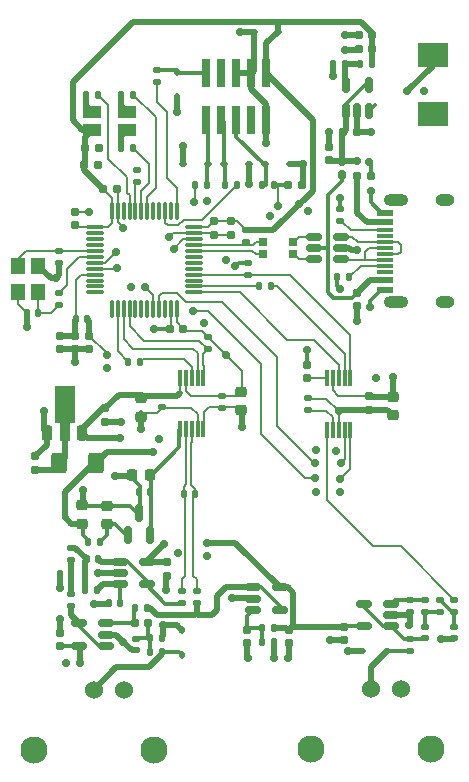
<source format=gtl>
%TF.GenerationSoftware,KiCad,Pcbnew,9.0.0*%
%TF.CreationDate,2025-02-24T12:48:06+01:00*%
%TF.ProjectId,mixed_signal,6d697865-645f-4736-9967-6e616c2e6b69,rev?*%
%TF.SameCoordinates,Original*%
%TF.FileFunction,Copper,L1,Top*%
%TF.FilePolarity,Positive*%
%FSLAX45Y45*%
G04 Gerber Fmt 4.5, Leading zero omitted, Abs format (unit mm)*
G04 Created by KiCad (PCBNEW 9.0.0) date 2025-02-24 12:48:06*
%MOMM*%
%LPD*%
G01*
G04 APERTURE LIST*
G04 Aperture macros list*
%AMRoundRect*
0 Rectangle with rounded corners*
0 $1 Rounding radius*
0 $2 $3 $4 $5 $6 $7 $8 $9 X,Y pos of 4 corners*
0 Add a 4 corners polygon primitive as box body*
4,1,4,$2,$3,$4,$5,$6,$7,$8,$9,$2,$3,0*
0 Add four circle primitives for the rounded corners*
1,1,$1+$1,$2,$3*
1,1,$1+$1,$4,$5*
1,1,$1+$1,$6,$7*
1,1,$1+$1,$8,$9*
0 Add four rect primitives between the rounded corners*
20,1,$1+$1,$2,$3,$4,$5,0*
20,1,$1+$1,$4,$5,$6,$7,0*
20,1,$1+$1,$6,$7,$8,$9,0*
20,1,$1+$1,$8,$9,$2,$3,0*%
%AMFreePoly0*
4,1,9,3.862500,-0.866500,0.737500,-0.866500,0.737500,-0.450000,-0.737500,-0.450000,-0.737500,0.450000,0.737500,0.450000,0.737500,0.866500,3.862500,0.866500,3.862500,-0.866500,3.862500,-0.866500,$1*%
G04 Aperture macros list end*
%TA.AperFunction,SMDPad,CuDef*%
%ADD10RoundRect,0.155000X0.212500X0.155000X-0.212500X0.155000X-0.212500X-0.155000X0.212500X-0.155000X0*%
%TD*%
%TA.AperFunction,SMDPad,CuDef*%
%ADD11RoundRect,0.112500X-0.187500X-0.112500X0.187500X-0.112500X0.187500X0.112500X-0.187500X0.112500X0*%
%TD*%
%TA.AperFunction,SMDPad,CuDef*%
%ADD12RoundRect,0.112500X0.112500X-0.187500X0.112500X0.187500X-0.112500X0.187500X-0.112500X-0.187500X0*%
%TD*%
%TA.AperFunction,SMDPad,CuDef*%
%ADD13RoundRect,0.155000X-0.155000X0.212500X-0.155000X-0.212500X0.155000X-0.212500X0.155000X0.212500X0*%
%TD*%
%TA.AperFunction,SMDPad,CuDef*%
%ADD14RoundRect,0.135000X0.185000X-0.135000X0.185000X0.135000X-0.185000X0.135000X-0.185000X-0.135000X0*%
%TD*%
%TA.AperFunction,SMDPad,CuDef*%
%ADD15R,0.300000X1.450000*%
%TD*%
%TA.AperFunction,SMDPad,CuDef*%
%ADD16RoundRect,0.140000X-0.170000X0.140000X-0.170000X-0.140000X0.170000X-0.140000X0.170000X0.140000X0*%
%TD*%
%TA.AperFunction,SMDPad,CuDef*%
%ADD17RoundRect,0.135000X0.135000X0.185000X-0.135000X0.185000X-0.135000X-0.185000X0.135000X-0.185000X0*%
%TD*%
%TA.AperFunction,SMDPad,CuDef*%
%ADD18RoundRect,0.140000X0.140000X0.170000X-0.140000X0.170000X-0.140000X-0.170000X0.140000X-0.170000X0*%
%TD*%
%TA.AperFunction,SMDPad,CuDef*%
%ADD19RoundRect,0.112500X-0.112500X0.187500X-0.112500X-0.187500X0.112500X-0.187500X0.112500X0.187500X0*%
%TD*%
%TA.AperFunction,SMDPad,CuDef*%
%ADD20RoundRect,0.225000X-0.250000X0.225000X-0.250000X-0.225000X0.250000X-0.225000X0.250000X0.225000X0*%
%TD*%
%TA.AperFunction,ComponentPad*%
%ADD21C,2.300000*%
%TD*%
%TA.AperFunction,ComponentPad*%
%ADD22C,1.524000*%
%TD*%
%TA.AperFunction,SMDPad,CuDef*%
%ADD23RoundRect,0.135000X-0.135000X-0.185000X0.135000X-0.185000X0.135000X0.185000X-0.135000X0.185000X0*%
%TD*%
%TA.AperFunction,SMDPad,CuDef*%
%ADD24RoundRect,0.112500X0.187500X0.112500X-0.187500X0.112500X-0.187500X-0.112500X0.187500X-0.112500X0*%
%TD*%
%TA.AperFunction,SMDPad,CuDef*%
%ADD25RoundRect,0.140000X-0.140000X-0.170000X0.140000X-0.170000X0.140000X0.170000X-0.140000X0.170000X0*%
%TD*%
%TA.AperFunction,SMDPad,CuDef*%
%ADD26RoundRect,0.250000X0.400000X0.625000X-0.400000X0.625000X-0.400000X-0.625000X0.400000X-0.625000X0*%
%TD*%
%TA.AperFunction,SMDPad,CuDef*%
%ADD27RoundRect,0.135000X-0.185000X0.135000X-0.185000X-0.135000X0.185000X-0.135000X0.185000X0.135000X0*%
%TD*%
%TA.AperFunction,SMDPad,CuDef*%
%ADD28RoundRect,0.150000X0.150000X-0.587500X0.150000X0.587500X-0.150000X0.587500X-0.150000X-0.587500X0*%
%TD*%
%TA.AperFunction,SMDPad,CuDef*%
%ADD29R,2.500000X2.000000*%
%TD*%
%TA.AperFunction,SMDPad,CuDef*%
%ADD30R,0.800000X0.700000*%
%TD*%
%TA.AperFunction,SMDPad,CuDef*%
%ADD31R,0.740000X2.400000*%
%TD*%
%TA.AperFunction,SMDPad,CuDef*%
%ADD32RoundRect,0.150000X0.512500X0.150000X-0.512500X0.150000X-0.512500X-0.150000X0.512500X-0.150000X0*%
%TD*%
%TA.AperFunction,SMDPad,CuDef*%
%ADD33RoundRect,0.147500X-0.147500X-0.172500X0.147500X-0.172500X0.147500X0.172500X-0.147500X0.172500X0*%
%TD*%
%TA.AperFunction,SMDPad,CuDef*%
%ADD34R,1.200000X1.400000*%
%TD*%
%TA.AperFunction,SMDPad,CuDef*%
%ADD35RoundRect,0.155000X-0.212500X-0.155000X0.212500X-0.155000X0.212500X0.155000X-0.212500X0.155000X0*%
%TD*%
%TA.AperFunction,SMDPad,CuDef*%
%ADD36RoundRect,0.225000X0.225000X0.250000X-0.225000X0.250000X-0.225000X-0.250000X0.225000X-0.250000X0*%
%TD*%
%TA.AperFunction,SMDPad,CuDef*%
%ADD37R,1.450000X0.600000*%
%TD*%
%TA.AperFunction,SMDPad,CuDef*%
%ADD38R,1.450000X0.300000*%
%TD*%
%TA.AperFunction,ComponentPad*%
%ADD39O,2.100000X1.000000*%
%TD*%
%TA.AperFunction,ComponentPad*%
%ADD40O,1.600000X1.000000*%
%TD*%
%TA.AperFunction,SMDPad,CuDef*%
%ADD41RoundRect,0.155000X0.155000X-0.212500X0.155000X0.212500X-0.155000X0.212500X-0.155000X-0.212500X0*%
%TD*%
%TA.AperFunction,SMDPad,CuDef*%
%ADD42RoundRect,0.225000X0.250000X-0.225000X0.250000X0.225000X-0.250000X0.225000X-0.250000X-0.225000X0*%
%TD*%
%TA.AperFunction,SMDPad,CuDef*%
%ADD43RoundRect,0.075000X-0.662500X-0.075000X0.662500X-0.075000X0.662500X0.075000X-0.662500X0.075000X0*%
%TD*%
%TA.AperFunction,SMDPad,CuDef*%
%ADD44RoundRect,0.075000X-0.075000X-0.662500X0.075000X-0.662500X0.075000X0.662500X-0.075000X0.662500X0*%
%TD*%
%TA.AperFunction,SMDPad,CuDef*%
%ADD45RoundRect,0.160000X0.160000X-0.222500X0.160000X0.222500X-0.160000X0.222500X-0.160000X-0.222500X0*%
%TD*%
%TA.AperFunction,SMDPad,CuDef*%
%ADD46RoundRect,0.225000X0.225000X-0.425000X0.225000X0.425000X-0.225000X0.425000X-0.225000X-0.425000X0*%
%TD*%
%TA.AperFunction,SMDPad,CuDef*%
%ADD47FreePoly0,90.000000*%
%TD*%
%TA.AperFunction,SMDPad,CuDef*%
%ADD48RoundRect,0.150000X-0.512500X-0.150000X0.512500X-0.150000X0.512500X0.150000X-0.512500X0.150000X0*%
%TD*%
%TA.AperFunction,SMDPad,CuDef*%
%ADD49RoundRect,0.150000X0.150000X-0.512500X0.150000X0.512500X-0.150000X0.512500X-0.150000X-0.512500X0*%
%TD*%
%TA.AperFunction,SMDPad,CuDef*%
%ADD50R,1.500000X1.100000*%
%TD*%
%TA.AperFunction,ViaPad*%
%ADD51C,0.700000*%
%TD*%
%TA.AperFunction,Conductor*%
%ADD52C,0.500000*%
%TD*%
%TA.AperFunction,Conductor*%
%ADD53C,0.300000*%
%TD*%
%TA.AperFunction,Conductor*%
%ADD54C,0.200000*%
%TD*%
G04 APERTURE END LIST*
D10*
%TO.P,C302,1*%
%TO.N,+3V3*%
X13796750Y-6432500D03*
%TO.P,C302,2*%
%TO.N,GND*%
X13683250Y-6432500D03*
%TD*%
D11*
%TO.P,D304,1,A1*%
%TO.N,/MICRO/CONN_SWO*%
X14142500Y-5041000D03*
%TO.P,D304,2,A2*%
%TO.N,GND*%
X14352500Y-5041000D03*
%TD*%
D12*
%TO.P,D501,1,A1*%
%TO.N,/ADC/IN*%
X13787500Y-9192500D03*
%TO.P,D501,2,A2*%
%TO.N,GND*%
X13787500Y-8982500D03*
%TD*%
D13*
%TO.P,C204,1*%
%TO.N,+3.3VA*%
X13137500Y-7105750D03*
%TO.P,C204,2*%
%TO.N,GND*%
X13137500Y-7219250D03*
%TD*%
D14*
%TO.P,R403,1*%
%TO.N,Net-(C404-Pad1)*%
X16092500Y-8830000D03*
%TO.P,R403,2*%
%TO.N,/DAC/DAC_OUT_A*%
X16092500Y-8728000D03*
%TD*%
D15*
%TO.P,U504,1,VREF*%
%TO.N,/ADC/ADC_VREF*%
X13767500Y-7285000D03*
%TO.P,U504,2,+IN*%
%TO.N,/ADC/ADC_IN+*%
X13817500Y-7285000D03*
%TO.P,U504,3,-IN*%
%TO.N,/ADC/ADC_IN-*%
X13867500Y-7285000D03*
%TO.P,U504,4,GND*%
%TO.N,GND*%
X13917500Y-7285000D03*
%TO.P,U504,5,GND*%
X13967500Y-7285000D03*
%TO.P,U504,6,NCS*%
%TO.N,/ADC/SPI1_NSS*%
X13967500Y-6845000D03*
%TO.P,U504,7,DOUT*%
%TO.N,/ADC/SPI1_MISO*%
X13917500Y-6845000D03*
%TO.P,U504,8,SCLK*%
%TO.N,Net-(U504-SCLK)*%
X13867500Y-6845000D03*
%TO.P,U504,9,VIO*%
%TO.N,+3V3*%
X13817500Y-6845000D03*
%TO.P,U504,10,VA*%
%TO.N,+3.3VA*%
X13767500Y-6845000D03*
%TD*%
D14*
%TO.P,R602,1*%
%TO.N,/USBC/USB_CONN_CC2*%
X15127500Y-5518500D03*
%TO.P,R602,2*%
%TO.N,GND*%
X15127500Y-5416500D03*
%TD*%
D16*
%TO.P,C514,1*%
%TO.N,+3V3*%
X14122500Y-7004000D03*
%TO.P,C514,2*%
%TO.N,GND*%
X14122500Y-7100000D03*
%TD*%
D17*
%TO.P,R309,1*%
%TO.N,/MICRO/TIM4_CH3*%
X13074000Y-4450000D03*
%TO.P,R309,2*%
%TO.N,/MICRO/LED_R_K*%
X12972000Y-4450000D03*
%TD*%
D18*
%TO.P,C515,1*%
%TO.N,/ADC/ADC_VREF*%
X13518000Y-7817500D03*
%TO.P,C515,2*%
%TO.N,GND*%
X13422000Y-7817500D03*
%TD*%
D16*
%TO.P,C512,1*%
%TO.N,+3.3VA*%
X13615000Y-7002000D03*
%TO.P,C512,2*%
%TO.N,GND*%
X13615000Y-7098000D03*
%TD*%
D19*
%TO.P,D303,1,A1*%
%TO.N,/MICRO/CONN_SWCLK*%
X13747500Y-4261000D03*
%TO.P,D303,2,A2*%
%TO.N,GND*%
X13747500Y-4471000D03*
%TD*%
D20*
%TO.P,C401,1*%
%TO.N,+3V3*%
X15570000Y-7007500D03*
%TO.P,C401,2*%
%TO.N,GND*%
X15570000Y-7162500D03*
%TD*%
D17*
%TO.P,R203,1*%
%TO.N,Net-(U201-FB)*%
X15167750Y-4192500D03*
%TO.P,R203,2*%
%TO.N,GND*%
X15065750Y-4192500D03*
%TD*%
D14*
%TO.P,R302,1*%
%TO.N,/MICRO/BOOT0*%
X13402500Y-5191000D03*
%TO.P,R302,2*%
%TO.N,GND*%
X13402500Y-5089000D03*
%TD*%
D21*
%TO.P,J401,*%
%TO.N,*%
X15896000Y-9988000D03*
X14880000Y-9990000D03*
D22*
%TO.P,J401,1,In*%
%TO.N,GND*%
X15642000Y-9480000D03*
%TO.P,J401,2,Ext*%
%TO.N,/DAC/OUT*%
X15388000Y-9480000D03*
%TD*%
D11*
%TO.P,D305,1,A1*%
%TO.N,/MICRO/CONN_NRST*%
X14492500Y-5041000D03*
%TO.P,D305,2,A2*%
%TO.N,GND*%
X14702500Y-5041000D03*
%TD*%
D23*
%TO.P,R401,1*%
%TO.N,/DAC/SPI2_SCK*%
X14441500Y-6070000D03*
%TO.P,R401,2*%
%TO.N,/DAC/DAC_SCLK*%
X14543500Y-6070000D03*
%TD*%
D17*
%TO.P,R503,1*%
%TO.N,GND*%
X13613500Y-9047500D03*
%TO.P,R503,2*%
%TO.N,/ADC/IN_RF*%
X13511500Y-9047500D03*
%TD*%
D24*
%TO.P,D401,1,A1*%
%TO.N,/DAC/OUT*%
X15520000Y-9160000D03*
%TO.P,D401,2,A2*%
%TO.N,GND*%
X15310000Y-9160000D03*
%TD*%
D20*
%TO.P,C510,1*%
%TO.N,+3.3VA*%
X13440000Y-7022500D03*
%TO.P,C510,2*%
%TO.N,GND*%
X13440000Y-7177500D03*
%TD*%
D25*
%TO.P,C508,1*%
%TO.N,/ADC/ADC_IN+*%
X13799500Y-7835000D03*
%TO.P,C508,2*%
%TO.N,/ADC/ADC_IN-*%
X13895500Y-7835000D03*
%TD*%
D26*
%TO.P,R201,1*%
%TO.N,+5V*%
X13058750Y-7570000D03*
%TO.P,R201,2*%
%TO.N,Net-(U202-VIN)*%
X12748750Y-7570000D03*
%TD*%
D27*
%TO.P,R308,1*%
%TO.N,+3V3*%
X14327500Y-5599000D03*
%TO.P,R308,2*%
%TO.N,/MICRO/USB_D+*%
X14327500Y-5701000D03*
%TD*%
D10*
%TO.P,C205,1*%
%TO.N,+3V3*%
X15398500Y-3942500D03*
%TO.P,C205,2*%
%TO.N,GND*%
X15285000Y-3942500D03*
%TD*%
D17*
%TO.P,R311,1*%
%TO.N,/MICRO/TIM4_CH2*%
X13375000Y-4900000D03*
%TO.P,R311,2*%
%TO.N,/MICRO/LED_B_K*%
X13273000Y-4900000D03*
%TD*%
D28*
%TO.P,U503,1,IN*%
%TO.N,/ADC/ADC_VREF_VIN*%
X13327500Y-8176250D03*
%TO.P,U503,2,OUT*%
%TO.N,/ADC/ADC_VREF*%
X13517500Y-8176250D03*
%TO.P,U503,3,GND*%
%TO.N,GND*%
X13422500Y-7988750D03*
%TD*%
D27*
%TO.P,R301,1*%
%TO.N,+3V3*%
X14347500Y-5871500D03*
%TO.P,R301,2*%
%TO.N,/DAC/SPI2_NSS*%
X14347500Y-5973500D03*
%TD*%
D29*
%TO.P,L201,1*%
%TO.N,Net-(U201-SW)*%
X15907500Y-4617500D03*
%TO.P,L201,2*%
%TO.N,+3V3*%
X15907500Y-4117500D03*
%TD*%
D30*
%TO.P,L601,1,1*%
%TO.N,/USBC/USB_CMC_D-*%
X14730000Y-5800000D03*
%TO.P,L601,2,2*%
%TO.N,/USBC/USB_CMC_D+*%
X14730000Y-5700000D03*
%TO.P,L601,3,3*%
%TO.N,/MICRO/USB_D+*%
X14470000Y-5700000D03*
%TO.P,L601,4,4*%
%TO.N,/MICRO/USB_D-*%
X14470000Y-5800000D03*
%TD*%
D31*
%TO.P,J301,1,Pin_1*%
%TO.N,+3V3*%
X14501500Y-4271000D03*
%TO.P,J301,2,Pin_2*%
%TO.N,GND*%
X14501500Y-4661000D03*
%TO.P,J301,3,Pin_3*%
X14374500Y-4271000D03*
%TO.P,J301,4,Pin_4*%
%TO.N,unconnected-(J301-Pin_4-Pad4)*%
X14374500Y-4661000D03*
%TO.P,J301,5,Pin_5*%
%TO.N,GND*%
X14247500Y-4271000D03*
%TO.P,J301,6,Pin_6*%
%TO.N,/MICRO/CONN_NRST*%
X14247500Y-4661000D03*
%TO.P,J301,7,Pin_7*%
%TO.N,unconnected-(J301-Pin_7-Pad7)*%
X14120500Y-4271000D03*
%TO.P,J301,8,Pin_8*%
%TO.N,/MICRO/CONN_SWO*%
X14120500Y-4661000D03*
%TO.P,J301,9,Pin_9*%
%TO.N,/MICRO/CONN_SWCLK*%
X13993500Y-4271000D03*
%TO.P,J301,10,Pin_10*%
%TO.N,/MICRO/CONN_SWDIO*%
X13993500Y-4661000D03*
%TD*%
D14*
%TO.P,R508,1*%
%TO.N,VCOM*%
X13912500Y-8751000D03*
%TO.P,R508,2*%
%TO.N,/ADC/ADC_IN-*%
X13912500Y-8649000D03*
%TD*%
D27*
%TO.P,R405,1*%
%TO.N,Net-(U402-+)*%
X15842500Y-8729000D03*
%TO.P,R405,2*%
%TO.N,Net-(C406-Pad1)*%
X15842500Y-8831000D03*
%TD*%
D14*
%TO.P,R404,1*%
%TO.N,Net-(C406-Pad1)*%
X15967500Y-8830000D03*
%TO.P,R404,2*%
%TO.N,Net-(C404-Pad1)*%
X15967500Y-8728000D03*
%TD*%
D16*
%TO.P,C406,1*%
%TO.N,Net-(C406-Pad1)*%
X15842500Y-8955000D03*
%TO.P,C406,2*%
%TO.N,Net-(U402--)*%
X15842500Y-9051000D03*
%TD*%
D27*
%TO.P,R502,1*%
%TO.N,Net-(C501-Pad1)*%
X12847500Y-8679000D03*
%TO.P,R502,2*%
%TO.N,/ADC/BUF_OUT*%
X12847500Y-8781000D03*
%TD*%
D32*
%TO.P,U601,1,I/O1*%
%TO.N,/USBC/USB_CONN_D-*%
X15133750Y-5843750D03*
%TO.P,U601,2,GND*%
%TO.N,GND*%
X15133750Y-5748750D03*
%TO.P,U601,3,I/O2*%
%TO.N,/USBC/USB_CONN_D+*%
X15133750Y-5653750D03*
%TO.P,U601,4,I/O2*%
%TO.N,/USBC/USB_CMC_D+*%
X14906250Y-5653750D03*
%TO.P,U601,5,VBUS*%
%TO.N,VBUS*%
X14906250Y-5748750D03*
%TO.P,U601,6,I/O1*%
%TO.N,/USBC/USB_CMC_D-*%
X14906250Y-5843750D03*
%TD*%
D17*
%TO.P,R509,1*%
%TO.N,/ADC/ADC_VREF_VIN*%
X13093500Y-8240000D03*
%TO.P,R509,2*%
%TO.N,+5V*%
X12991500Y-8240000D03*
%TD*%
D32*
%TO.P,U502,1*%
%TO.N,/ADC/BUF_OUT*%
X13143750Y-9117500D03*
%TO.P,U502,2,V-*%
%TO.N,GND*%
X13143750Y-9022500D03*
%TO.P,U502,3,+*%
%TO.N,/ADC/IN_BUF*%
X13143750Y-8927500D03*
%TO.P,U502,4,-*%
%TO.N,/ADC/BUF_OUT*%
X12916250Y-8927500D03*
%TO.P,U502,5,V+*%
%TO.N,+3.3VA*%
X12916250Y-9117500D03*
%TD*%
D33*
%TO.P,L301,1,1*%
%TO.N,VDDA*%
X12885000Y-6347500D03*
%TO.P,L301,2,2*%
%TO.N,+3V3*%
X12982000Y-6347500D03*
%TD*%
D16*
%TO.P,C405,1*%
%TO.N,Net-(U402-+)*%
X15720000Y-8731500D03*
%TO.P,C405,2*%
%TO.N,GND*%
X15720000Y-8827500D03*
%TD*%
D13*
%TO.P,C601,1*%
%TO.N,VBUS*%
X15270000Y-6128250D03*
%TO.P,C601,2*%
%TO.N,GND*%
X15270000Y-6241750D03*
%TD*%
D25*
%TO.P,C505,1*%
%TO.N,Net-(C505-Pad1)*%
X12979500Y-8382500D03*
%TO.P,C505,2*%
%TO.N,Net-(U501--)*%
X13075500Y-8382500D03*
%TD*%
D24*
%TO.P,D301,1,A1*%
%TO.N,+3V3*%
X14602500Y-3916000D03*
%TO.P,D301,2,A2*%
%TO.N,GND*%
X14392500Y-3916000D03*
%TD*%
D34*
%TO.P,Y301,1,1*%
%TO.N,/MICRO/HSE_IN*%
X12400000Y-5902500D03*
%TO.P,Y301,2,2*%
%TO.N,GND*%
X12400000Y-6122500D03*
%TO.P,Y301,3,3*%
%TO.N,/MICRO/XTAL_IN*%
X12570000Y-6122500D03*
%TO.P,Y301,4,4*%
%TO.N,GND*%
X12570000Y-5902500D03*
%TD*%
D27*
%TO.P,R504,1*%
%TO.N,Net-(C505-Pad1)*%
X12850000Y-8285500D03*
%TO.P,R504,2*%
%TO.N,Net-(C501-Pad1)*%
X12850000Y-8387500D03*
%TD*%
D21*
%TO.P,J501,*%
%TO.N,*%
X13547500Y-9995000D03*
X12531500Y-9997000D03*
D22*
%TO.P,J501,1,In*%
%TO.N,GND*%
X13293500Y-9487000D03*
%TO.P,J501,2,Ext*%
%TO.N,/ADC/IN*%
X13039500Y-9487000D03*
%TD*%
D16*
%TO.P,C404,1*%
%TO.N,Net-(C404-Pad1)*%
X16092500Y-8957000D03*
%TO.P,C404,2*%
%TO.N,GND*%
X16092500Y-9053000D03*
%TD*%
D35*
%TO.P,C311,1*%
%TO.N,+3V3*%
X12966250Y-4900000D03*
%TO.P,C311,2*%
%TO.N,GND*%
X13079750Y-4900000D03*
%TD*%
D18*
%TO.P,C501,1*%
%TO.N,Net-(C501-Pad1)*%
X12850500Y-8512500D03*
%TO.P,C501,2*%
%TO.N,GND*%
X12754500Y-8512500D03*
%TD*%
D13*
%TO.P,C310,1*%
%TO.N,+3V3*%
X14058750Y-5521500D03*
%TO.P,C310,2*%
%TO.N,GND*%
X14058750Y-5635000D03*
%TD*%
%TO.P,C206,1*%
%TO.N,/POWER & BIAS/VREF*%
X14338750Y-8980750D03*
%TO.P,C206,2*%
%TO.N,GND*%
X14338750Y-9094250D03*
%TD*%
D36*
%TO.P,C513,1*%
%TO.N,/ADC/ADC_VREF*%
X13517500Y-7667500D03*
%TO.P,C513,2*%
%TO.N,GND*%
X13362500Y-7667500D03*
%TD*%
D13*
%TO.P,C402,1*%
%TO.N,+3V3*%
X15370000Y-7003250D03*
%TO.P,C402,2*%
%TO.N,GND*%
X15370000Y-7116750D03*
%TD*%
D27*
%TO.P,R507,1*%
%TO.N,/ADC/ADC_IN+*%
X13787500Y-8649000D03*
%TO.P,R507,2*%
%TO.N,Net-(U501--)*%
X13787500Y-8751000D03*
%TD*%
D23*
%TO.P,R506,1*%
%TO.N,/ADC/IN_BUF*%
X13389000Y-8795000D03*
%TO.P,R506,2*%
%TO.N,VCOM*%
X13491000Y-8795000D03*
%TD*%
D14*
%TO.P,R406,1*%
%TO.N,/DAC/OUT*%
X15720000Y-9158500D03*
%TO.P,R406,2*%
%TO.N,Net-(U402--)*%
X15720000Y-9056500D03*
%TD*%
D17*
%TO.P,R505,1*%
%TO.N,Net-(U501-+)*%
X13068500Y-8642500D03*
%TO.P,R505,2*%
%TO.N,Net-(C505-Pad1)*%
X12966500Y-8642500D03*
%TD*%
D35*
%TO.P,C303,1*%
%TO.N,+3V3*%
X12959500Y-5050000D03*
%TO.P,C303,2*%
%TO.N,GND*%
X13073000Y-5050000D03*
%TD*%
D37*
%TO.P,J601,A1,GND*%
%TO.N,GND*%
X15503000Y-6100000D03*
%TO.P,J601,A4,VBUS*%
%TO.N,VBUS*%
X15503000Y-6020000D03*
D38*
%TO.P,J601,A5,CC1*%
%TO.N,/USBC/USB_CONN_CC1*%
X15503000Y-5900000D03*
%TO.P,J601,A6,D+*%
%TO.N,/USBC/USB_CONN_D+*%
X15503000Y-5800000D03*
%TO.P,J601,A7,D-*%
%TO.N,/USBC/USB_CONN_D-*%
X15503000Y-5750000D03*
%TO.P,J601,A8,SBU1*%
%TO.N,unconnected-(J601-SBU1-PadA8)*%
X15503000Y-5650000D03*
D37*
%TO.P,J601,A9,VBUS*%
%TO.N,VBUS*%
X15503000Y-5530000D03*
%TO.P,J601,A12,GND*%
%TO.N,GND*%
X15503000Y-5450000D03*
%TO.P,J601,B1,GND*%
X15503000Y-5450000D03*
%TO.P,J601,B4,VBUS*%
%TO.N,VBUS*%
X15503000Y-5530000D03*
D38*
%TO.P,J601,B5,CC2*%
%TO.N,/USBC/USB_CONN_CC2*%
X15503000Y-5600000D03*
%TO.P,J601,B6,D+*%
%TO.N,/USBC/USB_CONN_D+*%
X15503000Y-5700000D03*
%TO.P,J601,B7,D-*%
%TO.N,/USBC/USB_CONN_D-*%
X15503000Y-5850000D03*
%TO.P,J601,B8,SBU2*%
%TO.N,unconnected-(J601-SBU2-PadB8)*%
X15503000Y-5950000D03*
D37*
%TO.P,J601,B9,VBUS*%
%TO.N,VBUS*%
X15503000Y-6020000D03*
%TO.P,J601,B12,GND*%
%TO.N,GND*%
X15503000Y-6100000D03*
D39*
%TO.P,J601,S1,SHIELD*%
%TO.N,unconnected-(J601-SHIELD-PadS1)_1*%
X15594500Y-6207000D03*
D40*
%TO.N,unconnected-(J601-SHIELD-PadS1)*%
X16012500Y-6207000D03*
D39*
%TO.N,unconnected-(J601-SHIELD-PadS1)_3*%
X15594500Y-5343000D03*
D40*
%TO.N,unconnected-(J601-SHIELD-PadS1)_2*%
X16012500Y-5343000D03*
%TD*%
D17*
%TO.P,R306,1*%
%TO.N,/MICRO/NRST*%
X14569250Y-5216000D03*
%TO.P,R306,2*%
%TO.N,/MICRO/CONN_NRST*%
X14467250Y-5216000D03*
%TD*%
D23*
%TO.P,R205,1*%
%TO.N,/POWER & BIAS/VREF*%
X14462750Y-9087500D03*
%TO.P,R205,2*%
%TO.N,GND*%
X14564750Y-9087500D03*
%TD*%
D13*
%TO.P,C507,1*%
%TO.N,GND*%
X12752500Y-9005750D03*
%TO.P,C507,2*%
%TO.N,+3.3VA*%
X12752500Y-9119250D03*
%TD*%
%TO.P,C208,1*%
%TO.N,+3.3VA*%
X14688750Y-8980750D03*
%TO.P,C208,2*%
%TO.N,GND*%
X14688750Y-9094250D03*
%TD*%
D17*
%TO.P,R202,1*%
%TO.N,+3V3*%
X15392750Y-4192500D03*
%TO.P,R202,2*%
%TO.N,Net-(U201-FB)*%
X15290750Y-4192500D03*
%TD*%
D41*
%TO.P,C209,1*%
%TO.N,+5V*%
X15032250Y-5004292D03*
%TO.P,C209,2*%
%TO.N,GND*%
X15032250Y-4890792D03*
%TD*%
D35*
%TO.P,C207,1*%
%TO.N,VBUS*%
X15270750Y-5140000D03*
%TO.P,C207,2*%
%TO.N,GND*%
X15384250Y-5140000D03*
%TD*%
D42*
%TO.P,C511,1*%
%TO.N,/ADC/ADC_VREF_VIN*%
X13150000Y-8087500D03*
%TO.P,C511,2*%
%TO.N,GND*%
X13150000Y-7932500D03*
%TD*%
D10*
%TO.P,C503,1*%
%TO.N,/ADC/IN_RF*%
X13499250Y-8922500D03*
%TO.P,C503,2*%
%TO.N,/ADC/IN_BUF*%
X13385750Y-8922500D03*
%TD*%
D17*
%TO.P,R204,1*%
%TO.N,+3.3VA*%
X14564750Y-8962500D03*
%TO.P,R204,2*%
%TO.N,/POWER & BIAS/VREF*%
X14462750Y-8962500D03*
%TD*%
D35*
%TO.P,C201,1*%
%TO.N,+5V*%
X15153250Y-4767500D03*
%TO.P,C201,2*%
%TO.N,GND*%
X15266750Y-4767500D03*
%TD*%
D13*
%TO.P,C407,1*%
%TO.N,+3.3VA*%
X15155000Y-8955750D03*
%TO.P,C407,2*%
%TO.N,GND*%
X15155000Y-9069250D03*
%TD*%
D27*
%TO.P,R312,1*%
%TO.N,/MICRO/HSE_OUT*%
X12745000Y-6126500D03*
%TO.P,R312,2*%
%TO.N,/MICRO/XTAL_IN*%
X12745000Y-6228500D03*
%TD*%
D15*
%TO.P,U401,1,VOUT_A*%
%TO.N,/DAC/DAC_OUT_A*%
X15012500Y-7287500D03*
%TO.P,U401,2,VOUT_B*%
%TO.N,/DAC/DAC_OUT_B*%
X15062500Y-7287500D03*
%TO.P,U401,3,GND*%
%TO.N,GND*%
X15112500Y-7287500D03*
%TO.P,U401,4,NLDAC*%
%TO.N,/DAC/DAC_NLDAC*%
X15162500Y-7287500D03*
%TO.P,U401,5,NCLR*%
%TO.N,/DAC/DAC_NCLR*%
X15212500Y-7287500D03*
%TO.P,U401,6,NSYNC*%
%TO.N,/DAC/SPI2_NSS*%
X15212500Y-6847500D03*
%TO.P,U401,7,SCLK*%
%TO.N,/DAC/DAC_SCLK*%
X15162500Y-6847500D03*
%TO.P,U401,8,DIN*%
%TO.N,/DAC/SPI2_MOSI*%
X15112500Y-6847500D03*
%TO.P,U401,9,AVDD*%
%TO.N,+3V3*%
X15062500Y-6847500D03*
%TO.P,U401,10,VREFIN/VREFOUT*%
%TO.N,/DAC/DAC_VREF*%
X15012500Y-6847500D03*
%TD*%
D13*
%TO.P,C305,1*%
%TO.N,+3V3*%
X14197500Y-5521500D03*
%TO.P,C305,2*%
%TO.N,GND*%
X14197500Y-5635000D03*
%TD*%
D16*
%TO.P,C502,1*%
%TO.N,/ADC/IN_RF*%
X13400000Y-9059500D03*
%TO.P,C502,2*%
%TO.N,GND*%
X13400000Y-9155500D03*
%TD*%
D20*
%TO.P,C516,1*%
%TO.N,+3V3*%
X14287500Y-6965000D03*
%TO.P,C516,2*%
%TO.N,GND*%
X14287500Y-7120000D03*
%TD*%
D10*
%TO.P,C203,1*%
%TO.N,+3V3*%
X15398500Y-4067500D03*
%TO.P,C203,2*%
%TO.N,GND*%
X15285000Y-4067500D03*
%TD*%
D13*
%TO.P,C304,1*%
%TO.N,VDDA*%
X12752250Y-6491250D03*
%TO.P,C304,2*%
%TO.N,GND*%
X12752250Y-6604750D03*
%TD*%
D32*
%TO.P,U402,1*%
%TO.N,Net-(U402--)*%
X15558750Y-8950000D03*
%TO.P,U402,2,V-*%
%TO.N,GND*%
X15558750Y-8855000D03*
%TO.P,U402,3,+*%
%TO.N,Net-(U402-+)*%
X15558750Y-8760000D03*
%TO.P,U402,4,-*%
%TO.N,Net-(U402--)*%
X15331250Y-8760000D03*
%TO.P,U402,5,V+*%
%TO.N,+3.3VA*%
X15331250Y-8950000D03*
%TD*%
D13*
%TO.P,C307,1*%
%TO.N,VDDA*%
X12877250Y-6491250D03*
%TO.P,C307,2*%
%TO.N,GND*%
X12877250Y-6604750D03*
%TD*%
D23*
%TO.P,R303,1*%
%TO.N,/MICRO/SWDIO*%
X13896500Y-5216000D03*
%TO.P,R303,2*%
%TO.N,/MICRO/CONN_SWDIO*%
X13998500Y-5216000D03*
%TD*%
D17*
%TO.P,R310,1*%
%TO.N,/MICRO/TIM4_CH1*%
X13374000Y-4450000D03*
%TO.P,R310,2*%
%TO.N,/MICRO/LED_G_K*%
X13272000Y-4450000D03*
%TD*%
D13*
%TO.P,C506,1*%
%TO.N,+3.3VA*%
X13657500Y-8410750D03*
%TO.P,C506,2*%
%TO.N,GND*%
X13657500Y-8524250D03*
%TD*%
D14*
%TO.P,R304,1*%
%TO.N,/MICRO/SWCLK*%
X13572500Y-4342000D03*
%TO.P,R304,2*%
%TO.N,/MICRO/CONN_SWCLK*%
X13572500Y-4240000D03*
%TD*%
D43*
%TO.P,U301,1,VBAT*%
%TO.N,+3V3*%
X13051250Y-5573750D03*
%TO.P,U301,2,PC13*%
%TO.N,unconnected-(U301-PC13-Pad2)*%
X13051250Y-5623750D03*
%TO.P,U301,3,PC14*%
%TO.N,unconnected-(U301-PC14-Pad3)*%
X13051250Y-5673750D03*
%TO.P,U301,4,PC15*%
%TO.N,unconnected-(U301-PC15-Pad4)*%
X13051250Y-5723750D03*
%TO.P,U301,5,PD0*%
%TO.N,/MICRO/HSE_IN*%
X13051250Y-5773750D03*
%TO.P,U301,6,PD1*%
%TO.N,/MICRO/HSE_OUT*%
X13051250Y-5823750D03*
%TO.P,U301,7,NRST*%
%TO.N,/MICRO/NRST*%
X13051250Y-5873750D03*
%TO.P,U301,8,VSSA*%
%TO.N,GND*%
X13051250Y-5923750D03*
%TO.P,U301,9,VDDA*%
%TO.N,VDDA*%
X13051250Y-5973750D03*
%TO.P,U301,10,PA0*%
%TO.N,unconnected-(U301-PA0-Pad10)*%
X13051250Y-6023750D03*
%TO.P,U301,11,PA1*%
%TO.N,unconnected-(U301-PA1-Pad11)*%
X13051250Y-6073750D03*
%TO.P,U301,12,PA2*%
%TO.N,unconnected-(U301-PA2-Pad12)*%
X13051250Y-6123750D03*
D44*
%TO.P,U301,13,PA3*%
%TO.N,unconnected-(U301-PA3-Pad13)*%
X13192500Y-6265000D03*
%TO.P,U301,14,PA4*%
%TO.N,/ADC/SPI1_SCK*%
X13242500Y-6265000D03*
%TO.P,U301,15,PA5*%
%TO.N,/ADC/SPI1_MISO*%
X13292500Y-6265000D03*
%TO.P,U301,16,PA6*%
%TO.N,/ADC/SPI1_NSS*%
X13342500Y-6265000D03*
%TO.P,U301,17,PA7*%
%TO.N,unconnected-(U301-PA7-Pad17)*%
X13392500Y-6265000D03*
%TO.P,U301,18,PB0*%
%TO.N,unconnected-(U301-PB0-Pad18)*%
X13442500Y-6265000D03*
%TO.P,U301,19,PB1*%
%TO.N,unconnected-(U301-PB1-Pad19)*%
X13492500Y-6265000D03*
%TO.P,U301,20,PB2*%
%TO.N,/DAC/DAC_NCLR*%
X13542500Y-6265000D03*
%TO.P,U301,21,PB10*%
%TO.N,/DAC/DAC_NLDAC*%
X13592500Y-6265000D03*
%TO.P,U301,22,PB11*%
%TO.N,unconnected-(U301-PB11-Pad22)*%
X13642500Y-6265000D03*
%TO.P,U301,23,VSS*%
%TO.N,GND*%
X13692500Y-6265000D03*
%TO.P,U301,24,VDD*%
%TO.N,+3V3*%
X13742500Y-6265000D03*
D43*
%TO.P,U301,25,PB12*%
%TO.N,/DAC/SPI2_MOSI*%
X13883750Y-6123750D03*
%TO.P,U301,26,PB13*%
%TO.N,/DAC/SPI2_SCK*%
X13883750Y-6073750D03*
%TO.P,U301,27,PB14*%
%TO.N,unconnected-(U301-PB14-Pad27)*%
X13883750Y-6023750D03*
%TO.P,U301,28,PB15*%
%TO.N,/DAC/SPI2_NSS*%
X13883750Y-5973750D03*
%TO.P,U301,29,PA8*%
%TO.N,unconnected-(U301-PA8-Pad29)*%
X13883750Y-5923750D03*
%TO.P,U301,30,PA9*%
%TO.N,unconnected-(U301-PA9-Pad30)*%
X13883750Y-5873750D03*
%TO.P,U301,31,PA10*%
%TO.N,unconnected-(U301-PA10-Pad31)*%
X13883750Y-5823750D03*
%TO.P,U301,32,PA11*%
%TO.N,/MICRO/USB_D-*%
X13883750Y-5773750D03*
%TO.P,U301,33,PA12*%
%TO.N,/MICRO/USB_D+*%
X13883750Y-5723750D03*
%TO.P,U301,34,PA13*%
%TO.N,/MICRO/SWDIO*%
X13883750Y-5673750D03*
%TO.P,U301,35,VSS*%
%TO.N,GND*%
X13883750Y-5623750D03*
%TO.P,U301,36,VDD*%
%TO.N,+3V3*%
X13883750Y-5573750D03*
D44*
%TO.P,U301,37,PA14*%
%TO.N,/MICRO/SWCLK*%
X13742500Y-5432500D03*
%TO.P,U301,38,PA15*%
%TO.N,unconnected-(U301-PA15-Pad38)*%
X13692500Y-5432500D03*
%TO.P,U301,39,PB3*%
%TO.N,/MICRO/SWO*%
X13642500Y-5432500D03*
%TO.P,U301,40,PB4*%
%TO.N,unconnected-(U301-PB4-Pad40)*%
X13592500Y-5432500D03*
%TO.P,U301,41,PB5*%
%TO.N,unconnected-(U301-PB5-Pad41)*%
X13542500Y-5432500D03*
%TO.P,U301,42,PB6*%
%TO.N,/MICRO/TIM4_CH1*%
X13492500Y-5432500D03*
%TO.P,U301,43,PB7*%
%TO.N,/MICRO/TIM4_CH2*%
X13442500Y-5432500D03*
%TO.P,U301,44,BOOT0*%
%TO.N,/MICRO/BOOT0*%
X13392500Y-5432500D03*
%TO.P,U301,45,PB8*%
%TO.N,/MICRO/TIM4_CH3*%
X13342500Y-5432500D03*
%TO.P,U301,46,PB9*%
%TO.N,unconnected-(U301-PB9-Pad46)*%
X13292500Y-5432500D03*
%TO.P,U301,47,VSS*%
%TO.N,GND*%
X13242500Y-5432500D03*
%TO.P,U301,48,VDD*%
%TO.N,+3V3*%
X13192500Y-5432500D03*
%TD*%
D18*
%TO.P,C504,1*%
%TO.N,Net-(U501-+)*%
X13260500Y-8750000D03*
%TO.P,C504,2*%
%TO.N,GND*%
X13164500Y-8750000D03*
%TD*%
D24*
%TO.P,D302,1,A1*%
%TO.N,/MICRO/CONN_SWDIO*%
X14002500Y-5041000D03*
%TO.P,D302,2,A2*%
%TO.N,GND*%
X13792500Y-5041000D03*
%TD*%
D35*
%TO.P,C301,1*%
%TO.N,/MICRO/NRST*%
X14686500Y-5216000D03*
%TO.P,C301,2*%
%TO.N,GND*%
X14800000Y-5216000D03*
%TD*%
D17*
%TO.P,R305,1*%
%TO.N,/MICRO/SWO*%
X14248500Y-5216000D03*
%TO.P,R305,2*%
%TO.N,/MICRO/CONN_SWO*%
X14146500Y-5216000D03*
%TD*%
D41*
%TO.P,C308,1*%
%TO.N,+3V3*%
X12883750Y-5555500D03*
%TO.P,C308,2*%
%TO.N,GND*%
X12883750Y-5442000D03*
%TD*%
%TO.P,C202,1*%
%TO.N,Net-(U202-VIN)*%
X12542500Y-7626750D03*
%TO.P,C202,2*%
%TO.N,GND*%
X12542500Y-7513250D03*
%TD*%
D45*
%TO.P,L202,1*%
%TO.N,VBUS*%
X15145000Y-5129792D03*
%TO.P,L202,2*%
%TO.N,+5V*%
X15145000Y-5015292D03*
%TD*%
D41*
%TO.P,C403,1*%
%TO.N,/DAC/DAC_VREF*%
X14842500Y-6849250D03*
%TO.P,C403,2*%
%TO.N,GND*%
X14842500Y-6735750D03*
%TD*%
D14*
%TO.P,R402,1*%
%TO.N,/DAC/DAC_OUT_B*%
X14855000Y-7123500D03*
%TO.P,R402,2*%
%TO.N,GND*%
X14855000Y-7021500D03*
%TD*%
D27*
%TO.P,R307,1*%
%TO.N,+3V3*%
X14002500Y-6504000D03*
%TO.P,R307,2*%
%TO.N,/ADC/SPI1_NSS*%
X14002500Y-6606000D03*
%TD*%
D13*
%TO.P,C309,1*%
%TO.N,+3V3*%
X13002250Y-6491250D03*
%TO.P,C309,2*%
%TO.N,GND*%
X13002250Y-6604750D03*
%TD*%
D18*
%TO.P,C313,1*%
%TO.N,/MICRO/XTAL_IN*%
X12571000Y-6297500D03*
%TO.P,C313,2*%
%TO.N,GND*%
X12475000Y-6297500D03*
%TD*%
D23*
%TO.P,R510,1*%
%TO.N,/ADC/SPI1_SCK*%
X13329000Y-6717500D03*
%TO.P,R510,2*%
%TO.N,Net-(U504-SCLK)*%
X13431000Y-6717500D03*
%TD*%
D35*
%TO.P,C306,1*%
%TO.N,+3V3*%
X13120250Y-5248750D03*
%TO.P,C306,2*%
%TO.N,GND*%
X13233750Y-5248750D03*
%TD*%
D17*
%TO.P,R601,1*%
%TO.N,/USBC/USB_CONN_CC1*%
X15201000Y-5997500D03*
%TO.P,R601,2*%
%TO.N,GND*%
X15099000Y-5997500D03*
%TD*%
D42*
%TO.P,C509,1*%
%TO.N,+5V*%
X12942500Y-8082500D03*
%TO.P,C509,2*%
%TO.N,GND*%
X12942500Y-7927500D03*
%TD*%
D46*
%TO.P,U202,1,GND*%
%TO.N,GND*%
X12642500Y-7315000D03*
D47*
%TO.P,U202,2,VIN*%
%TO.N,Net-(U202-VIN)*%
X12792500Y-7306250D03*
D46*
%TO.P,U202,3,VOUT*%
%TO.N,+3.3VA*%
X12942500Y-7315000D03*
%TD*%
D16*
%TO.P,C312,1*%
%TO.N,/MICRO/HSE_IN*%
X12746250Y-5775750D03*
%TO.P,C312,2*%
%TO.N,GND*%
X12746250Y-5871750D03*
%TD*%
D48*
%TO.P,U203,1*%
%TO.N,VCOM*%
X14388750Y-8622500D03*
%TO.P,U203,2,V-*%
%TO.N,GND*%
X14388750Y-8717500D03*
%TO.P,U203,3,+*%
%TO.N,/POWER & BIAS/VREF*%
X14388750Y-8812500D03*
%TO.P,U203,4,-*%
%TO.N,VCOM*%
X14616250Y-8812500D03*
%TO.P,U203,5,V+*%
%TO.N,+3.3VA*%
X14616250Y-8622500D03*
%TD*%
%TO.P,U501,1*%
%TO.N,Net-(U501--)*%
X13258750Y-8403750D03*
%TO.P,U501,2,V-*%
%TO.N,GND*%
X13258750Y-8498750D03*
%TO.P,U501,3,+*%
%TO.N,Net-(U501-+)*%
X13258750Y-8593750D03*
%TO.P,U501,4,-*%
%TO.N,Net-(U501--)*%
X13486250Y-8593750D03*
%TO.P,U501,5,V+*%
%TO.N,+3.3VA*%
X13486250Y-8403750D03*
%TD*%
D49*
%TO.P,U201,1,EN*%
%TO.N,+5V*%
X15175500Y-4592500D03*
%TO.P,U201,2,GND*%
%TO.N,GND*%
X15270500Y-4592500D03*
%TO.P,U201,3,SW*%
%TO.N,Net-(U201-SW)*%
X15365500Y-4592500D03*
%TO.P,U201,4,VIN*%
%TO.N,+5V*%
X15365500Y-4365000D03*
%TO.P,U201,5,FB*%
%TO.N,Net-(U201-FB)*%
X15175500Y-4365000D03*
%TD*%
D23*
%TO.P,R501,1*%
%TO.N,/ADC/IN_RF*%
X13516500Y-9170000D03*
%TO.P,R501,2*%
%TO.N,/ADC/IN*%
X13618500Y-9170000D03*
%TD*%
D50*
%TO.P,D306,1,RK*%
%TO.N,/MICRO/LED_R_K*%
X13023000Y-4600000D03*
%TO.P,D306,2,GK*%
%TO.N,/MICRO/LED_G_K*%
X13323000Y-4600000D03*
%TO.P,D306,3,BK*%
%TO.N,/MICRO/LED_B_K*%
X13323000Y-4750000D03*
%TO.P,D306,4,A*%
%TO.N,+3V3*%
X13023000Y-4750000D03*
%TD*%
D51*
%TO.N,+5V*%
X13542500Y-7477500D03*
X15270000Y-5015000D03*
%TO.N,GND*%
X14687500Y-9217500D03*
X13290000Y-5575000D03*
X15040000Y-9070000D03*
X13975000Y-6380000D03*
X13042500Y-8760000D03*
X15165500Y-4070000D03*
X13680000Y-5652500D03*
X14501500Y-4856000D03*
X13750000Y-8327500D03*
X13071250Y-8498750D03*
X15112500Y-7127500D03*
X15432500Y-6845000D03*
X14854905Y-5432577D03*
X14295000Y-7261000D03*
X13547500Y-6432500D03*
X15125000Y-5322500D03*
X14925000Y-7462500D03*
X12620000Y-7125000D03*
X15710000Y-8940000D03*
X15127500Y-6097500D03*
X12752500Y-8887500D03*
X12473750Y-6413750D03*
X14917500Y-7815000D03*
X14567500Y-9220000D03*
X15190000Y-9160000D03*
X15372500Y-5020000D03*
X13794000Y-4881000D03*
X14160095Y-5848673D03*
X14212500Y-8715000D03*
X13267500Y-7217500D03*
X15377500Y-6247500D03*
X13997500Y-5352500D03*
X13647500Y-8640000D03*
X15087500Y-7465000D03*
X15125000Y-7817500D03*
X12947500Y-7797500D03*
X14281500Y-3916000D03*
X12997500Y-5442500D03*
X15266240Y-5769526D03*
X12802500Y-9262500D03*
X12877250Y-6716250D03*
X13625000Y-8940000D03*
X14842500Y-6615000D03*
X14807500Y-5033500D03*
X14000000Y-8355000D03*
X15383000Y-4767500D03*
X12752500Y-8627500D03*
X13290000Y-9085000D03*
X15387500Y-5262500D03*
X13746500Y-4598500D03*
X15065500Y-4296375D03*
X13352500Y-6075000D03*
X14351500Y-5208500D03*
X15030000Y-4768000D03*
X13590000Y-7367500D03*
X15977500Y-9055000D03*
X13147500Y-6767500D03*
X13235000Y-5917500D03*
X15832500Y-4417500D03*
X12718750Y-6006250D03*
X14342500Y-9217500D03*
X14532500Y-5480000D03*
X13215000Y-7677500D03*
X13442500Y-7282500D03*
X15270000Y-6365000D03*
X15165500Y-3942500D03*
%TO.N,+3.3VA*%
X12925000Y-9262500D03*
X13635000Y-8257500D03*
X14000000Y-8242500D03*
X13265000Y-7355000D03*
%TO.N,/MICRO/NRST*%
X14600000Y-5392500D03*
X13227500Y-5782500D03*
%TO.N,+3V3*%
X14777500Y-5377500D03*
X14162500Y-6657500D03*
X13147500Y-6657500D03*
X15570000Y-6840000D03*
X14237500Y-5903750D03*
X15695000Y-4422500D03*
%TO.N,/MICRO/SWDIO*%
X13715000Y-5757500D03*
X13887500Y-5357500D03*
%TO.N,/DAC/DAC_NCLR*%
X13877500Y-6280000D03*
X14915000Y-7700000D03*
X13470000Y-6075000D03*
X15125000Y-7705000D03*
%TO.N,/DAC/DAC_NLDAC*%
X15130000Y-7565000D03*
X14915000Y-7570000D03*
%TD*%
D52*
%TO.N,+5V*%
X13542500Y-7477500D02*
X13151250Y-7477500D01*
X15175500Y-4745250D02*
X15175500Y-4592500D01*
X15153250Y-4767500D02*
X15175500Y-4745250D01*
D53*
X15336750Y-4365000D02*
X15365500Y-4365000D01*
X15175500Y-4526250D02*
X15336750Y-4365000D01*
D52*
X15145000Y-4775750D02*
X15153250Y-4767500D01*
X13042500Y-7570000D02*
X12795000Y-7817500D01*
X15145000Y-5015292D02*
X15269708Y-5015292D01*
X12848750Y-8083750D02*
X12945500Y-8083750D01*
X15026750Y-5012542D02*
X15142250Y-5012542D01*
X15142250Y-5012542D02*
X15145000Y-5015292D01*
X13058750Y-7570000D02*
X13042500Y-7570000D01*
X15269708Y-5015292D02*
X15270000Y-5015000D01*
D53*
X12945500Y-8176500D02*
X12999000Y-8230000D01*
D52*
X12795000Y-7817500D02*
X12795000Y-8035000D01*
D53*
X12945500Y-8083750D02*
X12945500Y-8176500D01*
D52*
X13151250Y-7477500D02*
X13058750Y-7570000D01*
X15145000Y-5015292D02*
X15145000Y-4895250D01*
X12795000Y-8035000D02*
X12800000Y-8035000D01*
D53*
X15175500Y-4592500D02*
X15175500Y-4526250D01*
D52*
X15145000Y-4895250D02*
X15145000Y-4775750D01*
X12800000Y-8035000D02*
X12848750Y-8083750D01*
%TO.N,GND*%
X12642500Y-7315000D02*
X12642500Y-7413250D01*
X12754500Y-8512500D02*
X12754500Y-8625500D01*
X13741250Y-8940000D02*
X13625000Y-8940000D01*
X14295000Y-7261000D02*
X14295000Y-7124000D01*
X13794000Y-5039500D02*
X13792500Y-5041000D01*
X15266750Y-4767500D02*
X15266750Y-4596250D01*
D54*
X13228750Y-5923750D02*
X13051250Y-5923750D01*
D52*
X15133750Y-5748750D02*
X15200000Y-5748750D01*
X14386250Y-8715000D02*
X14388750Y-8717500D01*
D53*
X13427000Y-7830000D02*
X13427000Y-7759500D01*
D54*
X13883750Y-5623750D02*
X14040500Y-5623750D01*
D52*
X14807500Y-5208500D02*
X14800000Y-5216000D01*
X15040750Y-9069250D02*
X15040000Y-9070000D01*
X14710000Y-5033500D02*
X14702500Y-5041000D01*
D54*
X12400000Y-6222500D02*
X12475000Y-6297500D01*
D52*
X15200000Y-5748750D02*
X15220775Y-5769526D01*
X15193250Y-9159250D02*
X15192500Y-9160000D01*
D54*
X13692500Y-6423250D02*
X13692500Y-6265000D01*
D53*
X13427000Y-8003000D02*
X13425000Y-8005000D01*
D52*
X13746500Y-4598500D02*
X13746500Y-4472000D01*
D53*
X15377500Y-6247500D02*
X15377500Y-6197500D01*
D52*
X14247500Y-4271000D02*
X14374500Y-4271000D01*
X14807500Y-5033500D02*
X14807500Y-5208500D01*
X12752500Y-9008875D02*
X12750625Y-9010750D01*
D54*
X13242500Y-5257500D02*
X13242500Y-5432500D01*
D52*
X13267500Y-7217500D02*
X13265750Y-7219250D01*
X13154500Y-8760000D02*
X13164500Y-8750000D01*
X15977500Y-9055000D02*
X16090500Y-9055000D01*
D54*
X13242500Y-5527500D02*
X13242500Y-5432500D01*
D52*
X12642500Y-7413250D02*
X12542500Y-7513250D01*
X13002250Y-6604750D02*
X12877250Y-6604750D01*
D53*
X13427000Y-7830000D02*
X13427000Y-8003000D01*
D54*
X13572500Y-7145000D02*
X13617500Y-7100000D01*
D52*
X16090500Y-9055000D02*
X16092500Y-9053000D01*
X13788750Y-8987500D02*
X13741250Y-8940000D01*
D53*
X15099000Y-5997500D02*
X15099000Y-6069000D01*
D52*
X13746500Y-4472000D02*
X13747500Y-4471000D01*
X15720000Y-8827500D02*
X15720000Y-8930000D01*
X15570000Y-7162500D02*
X15524250Y-7116750D01*
X14688750Y-9094250D02*
X14688750Y-9216250D01*
X15266750Y-4596250D02*
X15270500Y-4592500D01*
X12718750Y-6006250D02*
X12746250Y-5978750D01*
D54*
X13290000Y-5575000D02*
X13242500Y-5527500D01*
X13970000Y-7137500D02*
X14012000Y-7095500D01*
D52*
X13360500Y-9155500D02*
X13400000Y-9155500D01*
X13071250Y-8498750D02*
X13258750Y-8498750D01*
D54*
X14040500Y-5653250D02*
X14058750Y-5635000D01*
D52*
X13067500Y-8502500D02*
X13071250Y-8498750D01*
X13150625Y-9022500D02*
X13227500Y-9022500D01*
X15123250Y-7116750D02*
X15112500Y-7127500D01*
X13215000Y-7677500D02*
X13217500Y-7680000D01*
X14392500Y-3916000D02*
X14392500Y-4253000D01*
D54*
X12400000Y-6122500D02*
X12400000Y-6222500D01*
D52*
X12877250Y-6716250D02*
X12877250Y-6604750D01*
D54*
X13683250Y-6432500D02*
X13692500Y-6423250D01*
D53*
X13425000Y-8005000D02*
X13348750Y-7928750D01*
D52*
X14501500Y-4531000D02*
X14374500Y-4404000D01*
X15165500Y-4070000D02*
X15282500Y-4070000D01*
D53*
X15387500Y-5362500D02*
X15475000Y-5450000D01*
D52*
X14351500Y-5042000D02*
X14352500Y-5041000D01*
D54*
X13970000Y-7290000D02*
X13970000Y-7137500D01*
X15112500Y-7287500D02*
X15112500Y-7127500D01*
D52*
X15165500Y-3942500D02*
X15285000Y-3942500D01*
X12754500Y-8625500D02*
X12752500Y-8627500D01*
X12877250Y-6604750D02*
X12752250Y-6604750D01*
D53*
X15377500Y-6197500D02*
X15475000Y-6100000D01*
X13427000Y-7759500D02*
X13347500Y-7680000D01*
D52*
X12673750Y-6006250D02*
X12570000Y-5902500D01*
X15307500Y-9159250D02*
X15193250Y-9159250D01*
X15282500Y-4070000D02*
X15285000Y-4067500D01*
X15065500Y-4296375D02*
X15065500Y-4198625D01*
D54*
X14872500Y-7024000D02*
X15009000Y-7024000D01*
D52*
X13265750Y-7219250D02*
X13137500Y-7219250D01*
X14804750Y-5211250D02*
X14800000Y-5216000D01*
D54*
X13235000Y-5917500D02*
X13228750Y-5923750D01*
D52*
X13290000Y-9085000D02*
X13360500Y-9155500D01*
D54*
X12883750Y-5442000D02*
X12997000Y-5442000D01*
D52*
X14374500Y-4404000D02*
X14374500Y-4271000D01*
D53*
X15099000Y-6069000D02*
X15127500Y-6097500D01*
D52*
X13217500Y-7680000D02*
X13347500Y-7680000D01*
X12947500Y-7926750D02*
X12945500Y-7928750D01*
X13065000Y-8502500D02*
X13067500Y-8502500D01*
D54*
X14265500Y-7095500D02*
X14295000Y-7125000D01*
D52*
X14564750Y-9217250D02*
X14567500Y-9220000D01*
D54*
X13920000Y-7157500D02*
X13862500Y-7100000D01*
D52*
X12746250Y-5978750D02*
X12746250Y-5871750D01*
X15220775Y-5769526D02*
X15266240Y-5769526D01*
D54*
X13708750Y-5623750D02*
X13883750Y-5623750D01*
D52*
X13794000Y-4881000D02*
X13794000Y-5039500D01*
X14338750Y-9094250D02*
X14338750Y-9213750D01*
X15155000Y-9069250D02*
X15040750Y-9069250D01*
X14351500Y-5208500D02*
X14351500Y-5042000D01*
D54*
X13680000Y-5652500D02*
X13708750Y-5623750D01*
D52*
X14807500Y-5033500D02*
X14710000Y-5033500D01*
D53*
X14842500Y-6615000D02*
X14842500Y-6735750D01*
D52*
X15558750Y-8855000D02*
X15692500Y-8855000D01*
D53*
X13348750Y-7928750D02*
X13150000Y-7928750D01*
D52*
X15383000Y-4767500D02*
X15266750Y-4767500D01*
D54*
X14012000Y-7095500D02*
X14127500Y-7095500D01*
D52*
X13227500Y-9022500D02*
X13290000Y-9085000D01*
X13625000Y-9036000D02*
X13614750Y-9046250D01*
X14281500Y-3916000D02*
X14392500Y-3916000D01*
D53*
X15384250Y-5031750D02*
X15372500Y-5020000D01*
D52*
X15720000Y-8930000D02*
X15710000Y-8940000D01*
X13442500Y-7282500D02*
X13442500Y-7145500D01*
X12620000Y-7292500D02*
X12642500Y-7315000D01*
D54*
X13617500Y-7100000D02*
X13862500Y-7100000D01*
X13233750Y-5248750D02*
X13242500Y-5257500D01*
D53*
X13150000Y-7928750D02*
X12945500Y-7928750D01*
D52*
X12473750Y-6298750D02*
X12475000Y-6297500D01*
X15692500Y-8855000D02*
X15720000Y-8827500D01*
X12752500Y-8887500D02*
X12752500Y-9008875D01*
X13042500Y-8760000D02*
X13154500Y-8760000D01*
X14501500Y-4661000D02*
X14501500Y-4531000D01*
D54*
X15009000Y-7024000D02*
X15112500Y-7127500D01*
D52*
X13647500Y-8528000D02*
X13647500Y-8640000D01*
X12473750Y-6413750D02*
X12473750Y-6298750D01*
D54*
X12997000Y-5442000D02*
X12997500Y-5442500D01*
D52*
X12718750Y-6006250D02*
X12673750Y-6006250D01*
D54*
X14127500Y-7095500D02*
X14265500Y-7095500D01*
D52*
X14564750Y-9087500D02*
X14564750Y-9217250D01*
X12947500Y-7797500D02*
X12947500Y-7926750D01*
X15030000Y-4768000D02*
X15030000Y-4887500D01*
X12620000Y-7125000D02*
X12620000Y-7292500D01*
X15270000Y-6365000D02*
X15270000Y-6245500D01*
X14501500Y-4856000D02*
X14501500Y-4661000D01*
X14392500Y-4253000D02*
X14374500Y-4271000D01*
X14688750Y-9216250D02*
X14687500Y-9217500D01*
X13625000Y-8940000D02*
X13625000Y-9036000D01*
D53*
X15127500Y-5325000D02*
X15127500Y-5416500D01*
D52*
X15524250Y-7116750D02*
X15370000Y-7116750D01*
D53*
X13547500Y-6432500D02*
X13683250Y-6432500D01*
D52*
X15370000Y-7116750D02*
X15123250Y-7116750D01*
X14212500Y-8715000D02*
X14386250Y-8715000D01*
D54*
X13442000Y-7145000D02*
X13572500Y-7145000D01*
D52*
X13442500Y-7145500D02*
X13442000Y-7145000D01*
D53*
X15387500Y-5262500D02*
X15387500Y-5362500D01*
D54*
X14197500Y-5635000D02*
X14058750Y-5635000D01*
D53*
X15384250Y-5140000D02*
X15384250Y-5031750D01*
D54*
X13920000Y-7290000D02*
X13920000Y-7157500D01*
D53*
X15125000Y-5322500D02*
X15127500Y-5325000D01*
D52*
X14338750Y-9213750D02*
X14342500Y-9217500D01*
%TO.N,Net-(U202-VIN)*%
X12692000Y-7626750D02*
X12542500Y-7626750D01*
X12792500Y-7306250D02*
X12792500Y-7526250D01*
X12792500Y-7526250D02*
X12748750Y-7570000D01*
X12748750Y-7570000D02*
X12692000Y-7626750D01*
%TO.N,+3.3VA*%
X14670500Y-8962500D02*
X14688750Y-8980750D01*
D54*
X13767500Y-6977500D02*
X13770000Y-6980000D01*
D52*
X12945500Y-7318000D02*
X12942500Y-7315000D01*
X14616250Y-8622500D02*
X14682750Y-8622500D01*
X14728750Y-8940750D02*
X14688750Y-8980750D01*
X14236250Y-8242500D02*
X14000000Y-8242500D01*
D54*
X13767500Y-6845000D02*
X13767500Y-6977500D01*
D52*
X13493250Y-8410750D02*
X13486250Y-8403750D01*
X14682750Y-8622500D02*
X14728750Y-8668500D01*
X13137500Y-7105750D02*
X13253250Y-6990000D01*
X13617500Y-7004000D02*
X13746000Y-7004000D01*
X13137500Y-7105750D02*
X13121189Y-7105750D01*
X13456000Y-7004000D02*
X13617500Y-7004000D01*
X14564750Y-8962500D02*
X14670500Y-8962500D01*
X12942500Y-7315000D02*
X12982500Y-7355000D01*
D53*
X12757375Y-9117500D02*
X12750625Y-9124250D01*
D52*
X14616250Y-8622500D02*
X14236250Y-8242500D01*
X13121189Y-7105750D02*
X12942500Y-7284439D01*
X12982500Y-7355000D02*
X13265000Y-7355000D01*
X13442000Y-6990000D02*
X13456000Y-7004000D01*
X13746000Y-7004000D02*
X13770000Y-6980000D01*
X13657500Y-8410750D02*
X13493250Y-8410750D01*
X13253250Y-6990000D02*
X13442000Y-6990000D01*
X13635000Y-8257500D02*
X13491250Y-8401250D01*
X14688750Y-8980750D02*
X14713750Y-8955750D01*
D53*
X15331250Y-8950000D02*
X15154250Y-8950000D01*
D52*
X12923125Y-9117500D02*
X12923125Y-9260625D01*
X14713750Y-8955750D02*
X15155000Y-8955750D01*
X12923125Y-9260625D02*
X12925000Y-9262500D01*
D53*
X12923125Y-9117500D02*
X12757375Y-9117500D01*
D52*
X13491250Y-8401250D02*
X13477500Y-8401250D01*
X14728750Y-8668500D02*
X14728750Y-8940750D01*
X12942500Y-7284439D02*
X12942500Y-7315000D01*
D53*
X15154250Y-8950000D02*
X15147500Y-8956750D01*
%TO.N,/POWER & BIAS/VREF*%
X14338750Y-8980750D02*
X14357000Y-8962500D01*
X14338750Y-8862500D02*
X14338750Y-8980750D01*
X14388750Y-8812500D02*
X14338750Y-8862500D01*
X14357000Y-8962500D02*
X14462750Y-8962500D01*
X14462750Y-9087500D02*
X14462750Y-8962500D01*
%TO.N,VBUS*%
X15067500Y-6172500D02*
X15018750Y-6123750D01*
D52*
X15270000Y-6128250D02*
X15378250Y-6020000D01*
D53*
X14906250Y-5748750D02*
X15018750Y-5748750D01*
D52*
X15270750Y-5448250D02*
X15352500Y-5530000D01*
D53*
X15145000Y-5177500D02*
X15145000Y-5129792D01*
D52*
X15352500Y-5530000D02*
X15475000Y-5530000D01*
X15145000Y-5129792D02*
X15145000Y-5135000D01*
D53*
X15018750Y-5303750D02*
X15145000Y-5177500D01*
X15270000Y-6128250D02*
X15225750Y-6172500D01*
D52*
X15270750Y-5140000D02*
X15270750Y-5448250D01*
D53*
X15225750Y-6172500D02*
X15067500Y-6172500D01*
D52*
X15378250Y-6020000D02*
X15475000Y-6020000D01*
D53*
X15018750Y-6123750D02*
X15018750Y-5748750D01*
X15018750Y-5748750D02*
X15018750Y-5303750D01*
D52*
X15144750Y-5130042D02*
X15145000Y-5129792D01*
D54*
%TO.N,/MICRO/NRST*%
X13227500Y-5782500D02*
X13136250Y-5873750D01*
X13136250Y-5873750D02*
X13051250Y-5873750D01*
X14570750Y-5217500D02*
X14569250Y-5216000D01*
D53*
X14686500Y-5216000D02*
X14569250Y-5216000D01*
D54*
X14600000Y-5392500D02*
X14600000Y-5217500D01*
D52*
%TO.N,+3V3*%
X13023000Y-4750000D02*
X12943000Y-4750000D01*
D54*
X13192500Y-5321000D02*
X13192500Y-5432500D01*
X13862000Y-6999500D02*
X14127500Y-6999500D01*
D52*
X15570000Y-6840000D02*
X15570000Y-7007500D01*
X14517500Y-3831000D02*
X15303311Y-3831000D01*
D54*
X13820000Y-6957500D02*
X13862000Y-6999500D01*
D52*
X12966250Y-4806750D02*
X12966250Y-4900000D01*
D54*
X14295000Y-6790000D02*
X14162500Y-6657500D01*
D52*
X12959500Y-5050000D02*
X12959500Y-5088000D01*
D54*
X13742500Y-6265000D02*
X13742500Y-6378250D01*
X13192500Y-5432500D02*
X13192500Y-5537500D01*
X15062500Y-6847500D02*
X15062500Y-6955000D01*
D52*
X13023000Y-4750000D02*
X12966250Y-4806750D01*
X13002250Y-6367750D02*
X12982000Y-6347500D01*
X15877500Y-4147500D02*
X15907500Y-4117500D01*
X15398500Y-4067500D02*
X15398500Y-4186750D01*
D54*
X15110750Y-7003250D02*
X15188250Y-7003250D01*
D52*
X15374250Y-7007500D02*
X15370000Y-7003250D01*
X12860000Y-4667000D02*
X12860000Y-4345000D01*
D54*
X13742500Y-6378250D02*
X13796750Y-6432500D01*
X14002500Y-6504000D02*
X14009000Y-6504000D01*
D52*
X15907500Y-4117500D02*
X15915000Y-4117500D01*
D54*
X14250000Y-5521500D02*
X14327500Y-5599000D01*
X12902000Y-5573750D02*
X13051250Y-5573750D01*
D52*
X14501500Y-4017000D02*
X14501500Y-4271000D01*
D54*
X15062500Y-6955000D02*
X15110750Y-7003250D01*
D52*
X12966250Y-4900000D02*
X12966250Y-5043250D01*
X15398500Y-3942500D02*
X15398500Y-4067500D01*
X13374000Y-3831000D02*
X14517500Y-3831000D01*
X12943000Y-4750000D02*
X12860000Y-4667000D01*
D53*
X14269750Y-5871500D02*
X14360000Y-5871500D01*
D54*
X13120250Y-5248750D02*
X13192500Y-5321000D01*
X13192500Y-5537500D02*
X13156250Y-5573750D01*
D52*
X14892500Y-5262500D02*
X14556000Y-5599000D01*
X15398500Y-3926189D02*
X15398500Y-3942500D01*
X13002250Y-6491250D02*
X13002250Y-6367750D01*
D54*
X14127500Y-6999500D02*
X14265500Y-6999500D01*
D52*
X12860000Y-4345000D02*
X13374000Y-3831000D01*
D54*
X14002500Y-6504000D02*
X14002500Y-6505037D01*
D52*
X14892500Y-4662000D02*
X14892500Y-5262500D01*
D54*
X15188250Y-7003250D02*
X15370000Y-7003250D01*
D52*
X14501500Y-4271000D02*
X14892500Y-4662000D01*
X14602500Y-3916000D02*
X14501500Y-4017000D01*
D54*
X13796750Y-6432500D02*
X13819250Y-6455000D01*
D52*
X15907500Y-4117500D02*
X15907500Y-4210000D01*
D54*
X14197500Y-5521500D02*
X14250000Y-5521500D01*
D52*
X12966250Y-5043250D02*
X12959500Y-5050000D01*
D54*
X13953500Y-6455000D02*
X14002500Y-6504000D01*
X14006500Y-5573750D02*
X14058750Y-5521500D01*
D53*
X14237500Y-5903750D02*
X14269750Y-5871500D01*
D52*
X15398500Y-4186750D02*
X15392750Y-4192500D01*
D54*
X14265500Y-6999500D02*
X14295000Y-6970000D01*
X14197500Y-5521500D02*
X14220500Y-5521500D01*
D52*
X14600000Y-3831000D02*
X14600000Y-3913500D01*
D54*
X13147500Y-6636500D02*
X13002250Y-6491250D01*
D52*
X15303311Y-3831000D02*
X15398500Y-3926189D01*
D54*
X13819250Y-6455000D02*
X13953500Y-6455000D01*
X14295000Y-6970000D02*
X14295000Y-6790000D01*
D52*
X12959500Y-5088000D02*
X13120250Y-5248750D01*
D54*
X14009000Y-6504000D02*
X14162500Y-6657500D01*
X14058750Y-5521500D02*
X14197500Y-5521500D01*
X13156250Y-5573750D02*
X13051250Y-5573750D01*
D52*
X15570000Y-7007500D02*
X15374250Y-7007500D01*
D54*
X13883750Y-5573750D02*
X14006500Y-5573750D01*
D52*
X15907500Y-4210000D02*
X15695000Y-4422500D01*
X14556000Y-5599000D02*
X14327500Y-5599000D01*
D54*
X12883750Y-5555500D02*
X12902000Y-5573750D01*
X13820000Y-6850000D02*
X13820000Y-6957500D01*
D52*
X14600000Y-3913500D02*
X14602500Y-3916000D01*
D54*
X13147500Y-6657500D02*
X13147500Y-6636500D01*
D52*
%TO.N,VDDA*%
X12877250Y-6355250D02*
X12885000Y-6347500D01*
D54*
X12885000Y-6020438D02*
X12885000Y-6347500D01*
D52*
X12877250Y-6491250D02*
X12752250Y-6491250D01*
X12877250Y-6491250D02*
X12877250Y-6355250D01*
D54*
X12931688Y-5973750D02*
X12885000Y-6020438D01*
X13051250Y-5973750D02*
X12931688Y-5973750D01*
%TO.N,/MICRO/HSE_IN*%
X12466750Y-5775750D02*
X12746250Y-5775750D01*
X12748250Y-5773750D02*
X13051250Y-5773750D01*
X12402000Y-5900500D02*
X12400000Y-5902500D01*
X12400000Y-5902500D02*
X12400000Y-5842500D01*
X12400000Y-5842500D02*
X12466750Y-5775750D01*
X12746250Y-5775750D02*
X12748250Y-5773750D01*
X12746250Y-5775750D02*
X12747750Y-5774250D01*
%TO.N,/MICRO/XTAL_IN*%
X12571000Y-6123500D02*
X12570000Y-6122500D01*
X12571000Y-6297500D02*
X12676000Y-6297500D01*
X12571000Y-6297500D02*
X12571000Y-6123500D01*
X12676000Y-6297500D02*
X12745000Y-6228500D01*
%TO.N,/DAC/DAC_VREF*%
X15010750Y-6849250D02*
X15012500Y-6847500D01*
X14842500Y-6849250D02*
X15010750Y-6849250D01*
D53*
%TO.N,Net-(C404-Pad1)*%
X16092500Y-8957000D02*
X16092500Y-8830000D01*
X15973535Y-8728000D02*
X16075535Y-8830000D01*
X15967500Y-8728000D02*
X15973535Y-8728000D01*
X15951535Y-8728000D02*
X15967500Y-8728000D01*
X16075535Y-8830000D02*
X16092500Y-8830000D01*
%TO.N,Net-(U402-+)*%
X15720000Y-8731500D02*
X15840000Y-8731500D01*
X15558750Y-8760000D02*
X15587250Y-8731500D01*
X15840000Y-8731500D02*
X15842500Y-8729000D01*
X15587250Y-8731500D02*
X15720000Y-8731500D01*
%TO.N,Net-(C406-Pad1)*%
X15843500Y-8830000D02*
X15842500Y-8831000D01*
X15842500Y-8831000D02*
X15848535Y-8831000D01*
X15842500Y-8955000D02*
X15842500Y-8831000D01*
X15967500Y-8830000D02*
X15843500Y-8830000D01*
%TO.N,Net-(U402--)*%
X15331250Y-8790000D02*
X15491250Y-8950000D01*
X15491250Y-8950000D02*
X15558750Y-8950000D01*
X15837000Y-9056500D02*
X15842500Y-9051000D01*
X15720000Y-9056500D02*
X15837000Y-9056500D01*
X15823035Y-9051000D02*
X15842500Y-9051000D01*
X15665250Y-9056500D02*
X15720000Y-9056500D01*
X15558750Y-8950000D02*
X15665250Y-9056500D01*
X15331250Y-8760000D02*
X15331250Y-8790000D01*
%TO.N,/ADC/ADC_VREF_VIN*%
X13150000Y-8181000D02*
X13150000Y-8083750D01*
X13101000Y-8230000D02*
X13150000Y-8181000D01*
X13150000Y-8083750D02*
X13221250Y-8083750D01*
X13221250Y-8083750D02*
X13330000Y-8192500D01*
%TO.N,/ADC/IN_RF*%
X13388750Y-9048250D02*
X13510750Y-9048250D01*
X13510750Y-9048250D02*
X13512750Y-9046250D01*
X13495500Y-9029000D02*
X13512750Y-9046250D01*
X13512750Y-9046250D02*
X13512750Y-9171250D01*
X13495500Y-8921250D02*
X13495500Y-9029000D01*
%TO.N,/ADC/IN_BUF*%
X13382000Y-8803000D02*
X13388750Y-8796250D01*
X13382000Y-8921250D02*
X13382000Y-8803000D01*
X13188750Y-8926250D02*
X13377000Y-8926250D01*
X13377000Y-8926250D02*
X13382000Y-8921250D01*
%TO.N,/ADC/ADC_VREF*%
X13523000Y-7700500D02*
X13523000Y-7830000D01*
X13502500Y-7680000D02*
X13523000Y-7700500D01*
X13502500Y-7680000D02*
X13522500Y-7680000D01*
X13520000Y-8192500D02*
X13520000Y-7833000D01*
X13520000Y-7833000D02*
X13523000Y-7830000D01*
X13522500Y-7680000D02*
X13765000Y-7437500D01*
X13765000Y-7437500D02*
X13765000Y-7290000D01*
D54*
%TO.N,/ADC/ADC_IN+*%
X13820000Y-7750000D02*
X13799500Y-7770500D01*
X13799500Y-7770500D02*
X13799500Y-7835000D01*
X13785000Y-8554500D02*
X13785000Y-8658000D01*
X13799500Y-7835000D02*
X13810000Y-7845500D01*
X13810000Y-7845500D02*
X13810000Y-8529500D01*
X13817500Y-7285000D02*
X13817500Y-7393750D01*
X13817500Y-7393750D02*
X13820000Y-7396250D01*
X13810000Y-8529500D02*
X13785000Y-8554500D01*
X13820000Y-7396250D02*
X13820000Y-7750000D01*
%TO.N,/ADC/ADC_IN-*%
X13865000Y-7758000D02*
X13895500Y-7788500D01*
X13867500Y-7285000D02*
X13867500Y-7393750D01*
X13865000Y-7396250D02*
X13865000Y-7758000D01*
X13882500Y-7848000D02*
X13882500Y-8527000D01*
X13895500Y-7788500D02*
X13895500Y-7835000D01*
X13867500Y-7393750D02*
X13865000Y-7396250D01*
X13895500Y-7835000D02*
X13882500Y-7848000D01*
X13882500Y-8527000D02*
X13910000Y-8554500D01*
X13910000Y-8554500D02*
X13910000Y-8658000D01*
D53*
%TO.N,/MICRO/CONN_SWDIO*%
X13998500Y-5045000D02*
X14002500Y-5041000D01*
X14002500Y-4670000D02*
X13993500Y-4661000D01*
X14002500Y-5041000D02*
X14002500Y-4670000D01*
X13998500Y-5216000D02*
X13998500Y-5045000D01*
%TO.N,/MICRO/CONN_SWCLK*%
X13993500Y-4271000D02*
X13757500Y-4271000D01*
X13726500Y-4240000D02*
X13747500Y-4261000D01*
X13757500Y-4271000D02*
X13747500Y-4261000D01*
X13572500Y-4240000D02*
X13726500Y-4240000D01*
%TO.N,/MICRO/CONN_SWO*%
X14146500Y-5045000D02*
X14142500Y-5041000D01*
X14146500Y-5216000D02*
X14146500Y-5045000D01*
X14142500Y-4683000D02*
X14120500Y-4661000D01*
X14142500Y-5041000D02*
X14142500Y-4683000D01*
%TO.N,/MICRO/CONN_NRST*%
X14247500Y-4661000D02*
X14247500Y-4811000D01*
X14477500Y-5041000D02*
X14492500Y-5041000D01*
X14496500Y-5045000D02*
X14492500Y-5041000D01*
X14496500Y-5216000D02*
X14496500Y-5045000D01*
X14247500Y-4811000D02*
X14477500Y-5041000D01*
D52*
%TO.N,/MICRO/LED_G_K*%
X13272000Y-4549000D02*
X13323000Y-4600000D01*
X13272000Y-4450000D02*
X13272000Y-4549000D01*
%TO.N,/MICRO/LED_B_K*%
X13273000Y-4900000D02*
X13273000Y-4800000D01*
X13273000Y-4800000D02*
X13323000Y-4750000D01*
%TO.N,/MICRO/LED_R_K*%
X12972000Y-4450000D02*
X12972000Y-4549000D01*
X12972000Y-4549000D02*
X13023000Y-4600000D01*
D53*
%TO.N,/DAC/OUT*%
X15718500Y-9160000D02*
X15720000Y-9158500D01*
D52*
X15388000Y-9292000D02*
X15520000Y-9160000D01*
D53*
X15520000Y-9160000D02*
X15718500Y-9160000D01*
D52*
X15388000Y-9480000D02*
X15388000Y-9292000D01*
%TO.N,/ADC/IN*%
X13508677Y-9300000D02*
X13618500Y-9190177D01*
D53*
X13762500Y-9171250D02*
X13788750Y-9197500D01*
X13614750Y-9171250D02*
X13762500Y-9171250D01*
D52*
X13226500Y-9300000D02*
X13508677Y-9300000D01*
X13618500Y-9190177D02*
X13618500Y-9170000D01*
X13039500Y-9487000D02*
X13226500Y-9300000D01*
D54*
%TO.N,/USBC/USB_CONN_D-*%
X15185750Y-5843750D02*
X15192000Y-5850000D01*
X15367500Y-5750000D02*
X15335000Y-5782500D01*
X15335000Y-5850000D02*
X15475000Y-5850000D01*
X15192000Y-5850000D02*
X15335000Y-5850000D01*
X15335000Y-5782500D02*
X15335000Y-5850000D01*
X15475000Y-5750000D02*
X15367500Y-5750000D01*
%TO.N,/USBC/USB_CONN_D+*%
X15617500Y-5700000D02*
X15637500Y-5720000D01*
X15617500Y-5800000D02*
X15475000Y-5800000D01*
X15228126Y-5653750D02*
X15274376Y-5700000D01*
X15274376Y-5700000D02*
X15617500Y-5700000D01*
X15185750Y-5653750D02*
X15228126Y-5653750D01*
X15637500Y-5720000D02*
X15637500Y-5780000D01*
X15637500Y-5780000D02*
X15617500Y-5800000D01*
%TO.N,/USBC/USB_CONN_CC2*%
X15217376Y-5600000D02*
X15475000Y-5600000D01*
X15135876Y-5518500D02*
X15217376Y-5600000D01*
X15127500Y-5518500D02*
X15135876Y-5518500D01*
%TO.N,/USBC/USB_CONN_CC1*%
X15298500Y-5900000D02*
X15475000Y-5900000D01*
X15201000Y-5997500D02*
X15298500Y-5900000D01*
D53*
%TO.N,Net-(U201-SW)*%
X15365500Y-4592500D02*
X15420500Y-4537500D01*
D54*
%TO.N,/USBC/USB_CMC_D-*%
X14773750Y-5843750D02*
X14906250Y-5843750D01*
X14730000Y-5800000D02*
X14773750Y-5843750D01*
%TO.N,/USBC/USB_CMC_D+*%
X14776250Y-5653750D02*
X14906250Y-5653750D01*
X14730000Y-5700000D02*
X14776250Y-5653750D01*
D52*
%TO.N,Net-(U201-FB)*%
X15290750Y-4192500D02*
X15167750Y-4192500D01*
X15167750Y-4192500D02*
X15167750Y-4357250D01*
X15167750Y-4357250D02*
X15175500Y-4365000D01*
D54*
%TO.N,/DAC/SPI2_NSS*%
X15212500Y-6482500D02*
X15212500Y-6847500D01*
X13883750Y-5973750D02*
X14314750Y-5973750D01*
X14703500Y-5973500D02*
X15212500Y-6482500D01*
X14314750Y-5973750D02*
X14315000Y-5973500D01*
X14315000Y-5973500D02*
X14703500Y-5973500D01*
%TO.N,/MICRO/BOOT0*%
X13402500Y-5191000D02*
X13392500Y-5201000D01*
X13392500Y-5201000D02*
X13392500Y-5432500D01*
%TO.N,/MICRO/SWDIO*%
X13798750Y-5673750D02*
X13883750Y-5673750D01*
X13897500Y-5345000D02*
X13897500Y-5217000D01*
X13715000Y-5757500D02*
X13798750Y-5673750D01*
X13897500Y-5217000D02*
X13896500Y-5216000D01*
%TO.N,/MICRO/SWCLK*%
X13660000Y-4600000D02*
X13572500Y-4512500D01*
X13572500Y-4512500D02*
X13572500Y-4342000D01*
X13742500Y-5432500D02*
X13742500Y-5242500D01*
X13660000Y-5160000D02*
X13660000Y-4600000D01*
X13742500Y-5242500D02*
X13660000Y-5160000D01*
%TO.N,/MICRO/SWO*%
X13665000Y-5557500D02*
X13642500Y-5535000D01*
X13751562Y-5557500D02*
X13665000Y-5557500D01*
X14248500Y-5216000D02*
X13957000Y-5507500D01*
X13801562Y-5507500D02*
X13751562Y-5557500D01*
X13957000Y-5507500D02*
X13801562Y-5507500D01*
X13642500Y-5535000D02*
X13642500Y-5432500D01*
%TO.N,/ADC/SPI1_NSS*%
X13342500Y-6412500D02*
X13467500Y-6537500D01*
X13342500Y-6265000D02*
X13342500Y-6412500D01*
X13934000Y-6537500D02*
X14002500Y-6606000D01*
X13467500Y-6537500D02*
X13934000Y-6537500D01*
X13965000Y-6643500D02*
X13965000Y-6737500D01*
X13970000Y-6742500D02*
X13970000Y-6850000D01*
X14002500Y-6606000D02*
X13965000Y-6643500D01*
X13965000Y-6737500D02*
X13970000Y-6742500D01*
%TO.N,/MICRO/USB_D+*%
X14410000Y-5700000D02*
X14383750Y-5726250D01*
X13996875Y-5726250D02*
X13994375Y-5723750D01*
X14383750Y-5726250D02*
X13996875Y-5726250D01*
X13994375Y-5723750D02*
X13883750Y-5723750D01*
X14470000Y-5700000D02*
X14410000Y-5700000D01*
%TO.N,/MICRO/TIM4_CH3*%
X13320000Y-5150000D02*
X13162847Y-4992847D01*
X13320000Y-5279463D02*
X13320000Y-5150000D01*
X13342500Y-5432500D02*
X13342500Y-5301963D01*
X13162847Y-4538847D02*
X13074000Y-4450000D01*
X13162847Y-4992847D02*
X13162847Y-4538847D01*
X13342500Y-5301963D02*
X13320000Y-5279463D01*
%TO.N,/MICRO/TIM4_CH1*%
X13492500Y-5432500D02*
X13492500Y-5315000D01*
X13492500Y-5315000D02*
X13565000Y-5242500D01*
X13565000Y-4641000D02*
X13374000Y-4450000D01*
X13565000Y-5242500D02*
X13565000Y-4641000D01*
%TO.N,/MICRO/TIM4_CH2*%
X13510000Y-5200000D02*
X13510000Y-5035000D01*
X13442500Y-5267500D02*
X13510000Y-5200000D01*
X13510000Y-5035000D02*
X13375000Y-4900000D01*
X13442500Y-5432500D02*
X13442500Y-5267500D01*
%TO.N,/MICRO/HSE_OUT*%
X12916188Y-5823750D02*
X13051250Y-5823750D01*
X12745000Y-6126500D02*
X12810000Y-6061500D01*
X12810000Y-5929938D02*
X12916188Y-5823750D01*
X12810000Y-6061500D02*
X12810000Y-5929938D01*
%TO.N,/DAC/DAC_SCLK*%
X14543500Y-6070000D02*
X14586500Y-6070000D01*
X15162500Y-6646000D02*
X15162500Y-6847500D01*
X14586500Y-6070000D02*
X15162500Y-6646000D01*
%TO.N,/DAC/SPI2_SCK*%
X13883750Y-6073750D02*
X14437750Y-6073750D01*
X14437750Y-6073750D02*
X14441500Y-6070000D01*
%TO.N,/DAC/DAC_OUT_B*%
X14872500Y-7126000D02*
X15008500Y-7126000D01*
X15008500Y-7126000D02*
X15062500Y-7180000D01*
X15062500Y-7180000D02*
X15062500Y-7287500D01*
%TO.N,/DAC/DAC_OUT_A*%
X15012500Y-7287500D02*
X15012500Y-7882500D01*
X16090500Y-8728000D02*
X16092500Y-8728000D01*
X15405000Y-8275000D02*
X15637500Y-8275000D01*
X15012500Y-7882500D02*
X15405000Y-8275000D01*
X15637500Y-8275000D02*
X16090500Y-8728000D01*
D52*
%TO.N,VCOM*%
X13576500Y-8855000D02*
X13517750Y-8796250D01*
X13910000Y-8760000D02*
X13910000Y-8840000D01*
D53*
X14388750Y-8622500D02*
X14455000Y-8622500D01*
D52*
X13910000Y-8840000D02*
X13895000Y-8855000D01*
D53*
X14616250Y-8783750D02*
X14616250Y-8812500D01*
D52*
X13895000Y-8855000D02*
X13576500Y-8855000D01*
X14388750Y-8622500D02*
X14155000Y-8622500D01*
D53*
X14455000Y-8622500D02*
X14616250Y-8783750D01*
D52*
X14040000Y-8857500D02*
X13922500Y-8857500D01*
X14085000Y-8692500D02*
X14085000Y-8812500D01*
X14085000Y-8812500D02*
X14040000Y-8857500D01*
X13517750Y-8796250D02*
X13490750Y-8796250D01*
X14155000Y-8622500D02*
X14085000Y-8692500D01*
D53*
%TO.N,/ADC/BUF_OUT*%
X12923125Y-8956250D02*
X12923125Y-8927500D01*
X13084375Y-9117500D02*
X12923125Y-8956250D01*
D52*
X12847500Y-8858750D02*
X12916250Y-8927500D01*
X12847500Y-8781000D02*
X12847500Y-8858750D01*
D53*
X12923125Y-8927500D02*
X12923500Y-8927125D01*
X13150625Y-9117500D02*
X13084375Y-9117500D01*
D54*
%TO.N,/ADC/SPI1_SCK*%
X13242500Y-6621000D02*
X13331500Y-6710000D01*
X13242500Y-6265000D02*
X13242500Y-6621000D01*
%TO.N,/MICRO/USB_D-*%
X14470000Y-5800000D02*
X14410000Y-5800000D01*
X14410000Y-5800000D02*
X14381250Y-5771250D01*
X14381250Y-5771250D02*
X13996875Y-5771250D01*
X13994375Y-5773750D02*
X13883750Y-5773750D01*
X13996875Y-5771250D02*
X13994375Y-5773750D01*
%TO.N,/DAC/DAC_NCLR*%
X13877500Y-6280000D02*
X14005000Y-6280000D01*
X14827500Y-7700000D02*
X14915000Y-7700000D01*
X15125000Y-7705000D02*
X15212500Y-7617500D01*
X13470000Y-6075000D02*
X13542500Y-6147500D01*
X13542500Y-6147500D02*
X13542500Y-6265000D01*
X15212500Y-7617500D02*
X15212500Y-7287500D01*
X14452500Y-6727500D02*
X14452500Y-7325000D01*
X14005000Y-6280000D02*
X14452500Y-6727500D01*
X14452500Y-7325000D02*
X14827500Y-7700000D01*
%TO.N,/ADC/SPI1_MISO*%
X13920000Y-6640000D02*
X13920000Y-6850000D01*
X13292500Y-6520000D02*
X13375000Y-6602500D01*
X13292500Y-6265000D02*
X13292500Y-6520000D01*
X13882500Y-6602500D02*
X13920000Y-6640000D01*
X13375000Y-6602500D02*
X13882500Y-6602500D01*
%TO.N,/DAC/DAC_NLDAC*%
X14592500Y-6667500D02*
X14592500Y-7255000D01*
X14127500Y-6202500D02*
X14592500Y-6667500D01*
X14592500Y-7255000D02*
X14907500Y-7570000D01*
X13745000Y-6130000D02*
X13817500Y-6202500D01*
X13620000Y-6130000D02*
X13745000Y-6130000D01*
X15130000Y-7565000D02*
X15162500Y-7532500D01*
X13592500Y-6157500D02*
X13620000Y-6130000D01*
X13592500Y-6265000D02*
X13592500Y-6157500D01*
X14907500Y-7570000D02*
X14915000Y-7570000D01*
X15162500Y-7532500D02*
X15162500Y-7287500D01*
X13817500Y-6202500D02*
X14127500Y-6202500D01*
%TO.N,/DAC/SPI2_MOSI*%
X13883750Y-6123750D02*
X14276250Y-6123750D01*
X14677500Y-6525000D02*
X14900000Y-6525000D01*
X15112500Y-6737500D02*
X15112500Y-6847500D01*
X14276250Y-6123750D02*
X14677500Y-6525000D01*
X14900000Y-6525000D02*
X15112500Y-6737500D01*
D52*
%TO.N,Net-(C501-Pad1)*%
X12847500Y-8679000D02*
X12847500Y-8518500D01*
X12850000Y-8514000D02*
X12846500Y-8517500D01*
X12847500Y-8518500D02*
X12846500Y-8517500D01*
X12850000Y-8387500D02*
X12850000Y-8514000D01*
%TO.N,Net-(U501-+)*%
X13117250Y-8593750D02*
X13258750Y-8593750D01*
D53*
X13258750Y-8593750D02*
X13261750Y-8596750D01*
D52*
X13068500Y-8642500D02*
X13117250Y-8593750D01*
D53*
X13261750Y-8596750D02*
X13261750Y-8746250D01*
%TO.N,Net-(U501--)*%
X13317500Y-8401250D02*
X13477500Y-8561250D01*
X13646250Y-8760000D02*
X13785000Y-8760000D01*
D52*
X13075500Y-8382500D02*
X13096750Y-8403750D01*
X13096750Y-8403750D02*
X13258750Y-8403750D01*
D53*
X13477500Y-8561250D02*
X13477500Y-8591250D01*
X13477500Y-8591250D02*
X13646250Y-8760000D01*
D52*
%TO.N,Net-(C505-Pad1)*%
X12882500Y-8285500D02*
X12850000Y-8285500D01*
X12966500Y-8642500D02*
X12966500Y-8395500D01*
X12966500Y-8395500D02*
X12979500Y-8382500D01*
X12979500Y-8382500D02*
X12882500Y-8285500D01*
D54*
%TO.N,Net-(U504-SCLK)*%
X13800000Y-6687500D02*
X13870000Y-6757500D01*
X13433500Y-6710000D02*
X13456000Y-6687500D01*
X13456000Y-6687500D02*
X13800000Y-6687500D01*
X13870000Y-6757500D02*
X13870000Y-6835000D01*
%TD*%
M02*

</source>
